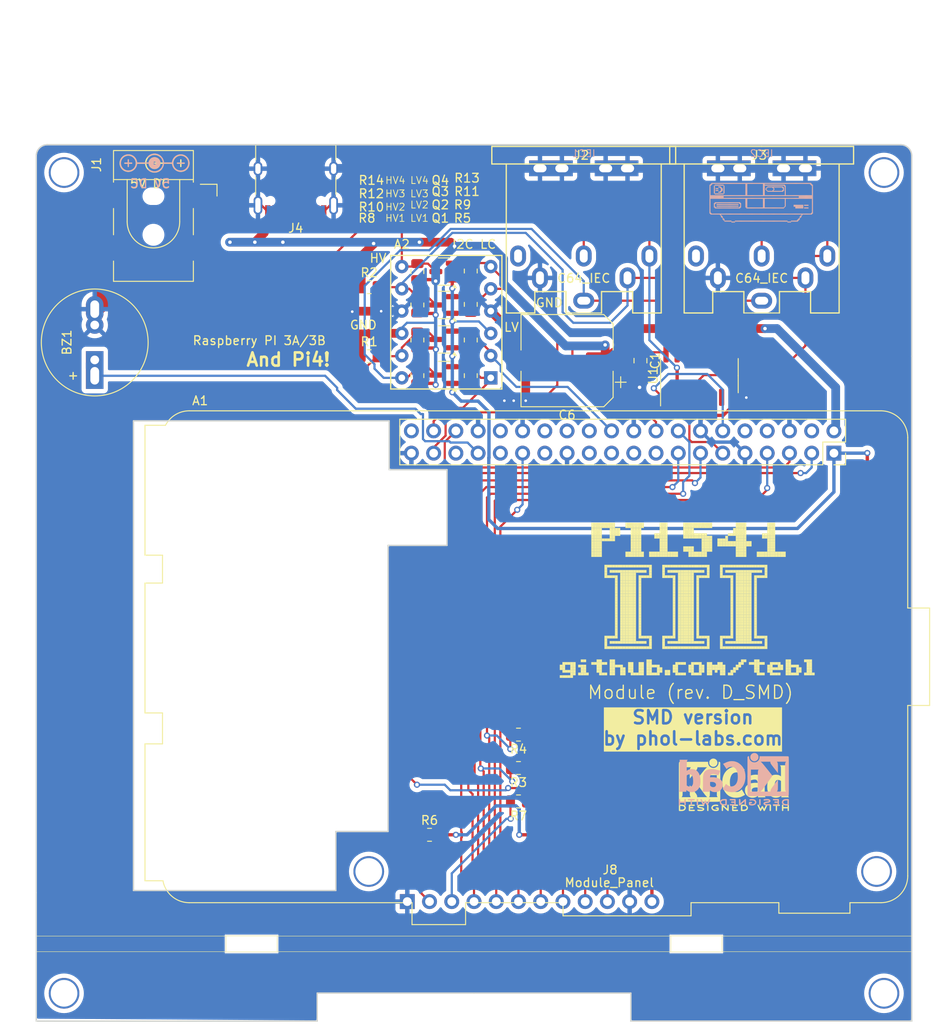
<source format=kicad_pcb>
(kicad_pcb (version 20240108) (generator "pcbnew") (generator_version "8.0")
  (layers (0 "F.Cu" signal) (31 "B.Cu" signal) (34 "B.Paste" user) (35 "F.Paste" user) (36 "B.SilkS" user "B.Silkscreen") (37 "F.SilkS" user "F.Silkscreen") (38 "B.Mask" user) (39 "F.Mask" user) (44 "Edge.Cuts" user))
  (net 0 "")
  (net 1 "GND")
  (net 2 "+3V3")
  (net 3 "+5V")
  (net 4 "I2C_SCL")
  (net 5 "I2C_SDA")
  (net 6 "RPI_DATA_IN")
  (net 7 "SW5_INSERT")
  (net 8 "SW4_BACK")
  (net 9 "RPI_ATN")
  (net 10 "RPI_LED")
  (net 12 "RPI_RST")
  (net 13 "RPI_CLK_IN")
  (net 14 "SW1_ENTER")
  (net 15 "RPI_DATA_OUT")
  (net 16 "RPI_CLK_OUT")
  (net 17 "SW3_DOWN")
  (net 18 "SW2_UP")
  (net 19 "LED_ACT")
  (net 20 "LED_PWR")
  (net 21 "C64_DATA")
  (net 22 "C64_CLK")
  (net 23 "C64_ATN")
  (net 24 "C64_RST")
  (net 37 "Net-(A1-PWM1{slash}GPIO13)")
  (footprint "mounting:M3" (layer "F.Cu") (at 73.355 151.435)
    (property "Reference" "M1" (hide yes))
    (property "Value" "Mounting" (hide yes))
  )
  (footprint "Capacitor_SMD:CP_Elec_10x7.7" (layer "F.Cu") (at 130.81 79.248 180)
    (property "Reference" "C6")
    (property "Value" "470uF")
  )
  (footprint "BulkyMIDI-32:PWR_Specification" (layer "F.Cu") (at 83.693 56.642)
    (property "Reference" "SYM1" (hide yes))
    (property "Value" "DC_5V")
  )
  (footprint "Symbols:KiCad-Logo2_6mm_SilkScreen" (layer "F.Cu") (at 149.86 127.635)
    (property "Reference" "REF***" (hide yes))
    (property "Value" "KiCad-Logo2_6mm_SilkScreen" (hide yes))
  )
  (footprint "Capacitor_SMD:C_0805_2012Metric" (layer "F.Cu") (at 139.192 79.248 -90)
    (property "Reference" "C1")
    (property "Value" "100nF")
  )
  (footprint "Package_SO:SO-14_3.9x8.65mm_P1.27mm" (layer "F.Cu") (at 145.923 80.961 90)
    (property "Reference" "U1")
    (property "Value" "7406")
  )
  (footprint "Connector_BarrelJack:BarrelJack_CLIFF_FC681465S_SMT_Horizontal" (layer "F.Cu") (at 83.566 63.388 -90)
    (property "Reference" "J1")
    (property "Value" "DC IN")
  )
  (footprint "pi1541:Module_Panel" (layer "F.Cu") (at 120.18 140.97)
    (property "Reference" "J8")
    (property "Value" "Module_Panel")
  )
  (footprint "mounting:M3" (layer "F.Cu") (at 167.005 151.435)
    (property "Reference" "M2" (hide yes))
    (property "Value" "Mounting" (hide yes))
  )
  (footprint "mounting:M3" (layer "F.Cu") (at 167.005 57.785)
    (property "Reference" "M3" (hide yes))
    (property "Value" "Mounting" (hide yes))
  )
  (footprint "mounting:M3" (layer "F.Cu") (at 73.355 57.785)
    (property "Reference" "M4" (hide yes))
    (property "Value" "Mounting" (hide yes))
  )
  (footprint "Resistor_SMD:R_0805_2012Metric" (layer "F.Cu") (at 108.204 78.74)
    (property "Reference" "R1")
    (property "Value" "1k")
  )
  (footprint "C64_IEC:DIN6_IEC" (layer "F.Cu") (at 132.715 67.31 180)
    (property "Reference" "J2")
    (property "Value" "C64_IEC")
  )
  (footprint "C64_IEC:DIN6_IEC" (layer "F.Cu") (at 153.035 67.31 180)
    (property "Reference" "J3")
    (property "Value" "C64_IEC")
  )
  (footprint "small_buzzer:Buzzer_12x9.5RM7.6" (layer "F.Cu") (at 76.8604 80.9752 90)
    (property "Reference" "BZ1")
    (property "Value" "Buzzer")
  )
  (footprint "IIC_4CH_Level_Converter:4CH_I2C_Level_Converter" (layer "F.Cu") (at 117.0155 76.134 180)
    (property "Reference" "A2")
    (property "Value" "I2C LC")
  )
  (footprint "pi1541:Pi1541-logo3" (layer "F.Cu") (at 124.8815 97.1445)
    (property "Reference" "G***" (hide yes))
    (property "Value" "LOGO" (hide yes))
  )
  (footprint "RPI:Raspberry_Pi_3B_Socketed_THT_FaceDown_MountingHoles" (layer "F.Cu") (at 161.29 89.805 -90)
    (property "Reference" "A1")
    (property "Value" "Raspberry PI 3A/3B")
  )
  (footprint "Resistor_SMD:R_0805_2012Metric" (layer "F.Cu") (at 125.26 121.92 180)
    (property "Reference" "R4")
    (property "Value" "10k*")
  )
  (footprint "Resistor_SMD:R_0805_2012Metric" (layer "F.Cu") (at 125.26 129.54 180)
    (property "Reference" "R7")
    (property "Value" "470*")
  )
  (footprint "Resistor_SMD:R_0805_2012Metric" (layer "F.Cu") (at 125.26 125.73 180)
    (property "Reference" "R3")
    (property "Value" "10k*")
  )
  (footprint "Resistor_SMD:R_0805_2012Metric" (layer "F.Cu") (at 115.1 133.35)
    (property "Reference" "R6")
    (property "Value" "470*")
  )
  (footprint "Resistor_SMD:R_0805_2012Metric" (layer "F.Cu") (at 108.204 70.866)
    (property "Reference" "R2")
    (property "Value" "1k")
  )
  (footprint "Package_TO_SOT_SMD:SOT-23" (layer "F.Cu") (at 116.7615 76.83 180)
    (property "Reference" "Q2")
    (property "Value" "DMG2302U")
  )
  (footprint "Package_TO_SOT_SMD:SOT-23" (layer "F.Cu") (at 116.7615 69.088 180)
    (property "Reference" "Q4")
    (property "Value" "DMG2302U")
  )
  (footprint "Resistor_SMD:R_0805_2012Metric" (layer "F.Cu") (at 113.7135 72.898 -90)
    (property "Reference" "R12")
    (property "Value" "10k*")
  )
  (footprint "Resistor_SMD:R_0805_2012Metric" (layer "F.Cu") (at 113.7135 69.088 -90)
    (property "Reference" "R14")
    (property "Value" "10k*")
  )
  (footprint "Package_TO_SOT_SMD:SOT-23" (layer "F.Cu") (at 116.7615 80.894 180)
    (property "Reference" "Q1")
    (property "Value" "DMG2302U")
  )
  (footprint "Resistor_SMD:R_0805_2012Metric" (layer "F.Cu") (at 119.8095 76.896 -90)
    (property "Reference" "R9")
    (property "Value" "10k*")
  )
  (footprint "Resistor_SMD:R_0805_2012Metric" (layer "F.Cu") (at 119.8095 80.96 -90)
    (property "Reference" "R5")
    (property "Value" "10k*")
  )
  (footprint "Resistor_SMD:R_0805_2012Metric" (layer "F.Cu") (at 113.7135 80.96 -90)
    (property "Reference" "R8")
    (property "Value" "10k*")
  )
  (footprint "Resistor_SMD:R_0805_2012Metric" (layer "F.Cu") (at 119.8095 72.832 -90)
    (property "Reference" "R11")
    (property "Value" "10k*")
  )
  (footprint "Resistor_SMD:R_0805_2012Metric" (layer "F.Cu") (at 119.8095 69.022 -90)
    (property "Reference" "R13")
    (property "Value" "10k*")
  )
  (footprint "Resistor_SMD:R_0805_2012Metric" (layer "F.Cu") (at 113.7135 76.896 -90)
    (property "Reference" "R10")
    (property "Value" "10k*")
  )
  (footprint "Package_TO_SOT_SMD:SOT-23" (layer "F.Cu") (at 116.7615 72.898 180)
    (property "Reference" "Q3")
    (property "Value" "DMG2302U")
  )
  (footprint "Connector_USB:USB_C_Receptacle_XKB_U262-16XN-4BVC11" (layer "F.Cu") (at 99.822 58.42 180)
    (property "Reference" "J4")
    (property "Value" "USB_C_Receptacle_USB2.0")
  )
  (footprint "Symbols:KiCad-Logo2_6mm_SilkScreen" (layer "B.Cu") (at 149.86 127 180)
    (property "Reference" "REF***" (hide yes))
    (property "Value" "KiCad-Logo2_6mm_SilkScreen" (hide yes))
  )
  (footprint "pi1541:Pi1541-drive" (layer "B.Cu") (at 159.385 57.277 180)
    (property "Reference" "Pi1541-drive" (hide yes))
    (property "Value" "")
  )
  (gr_line (start 70.18 139.954) (end 70.18 72.39) (stroke (width 0.15)) (layer "Edge.Cuts"))
  (gr_line (start 70.18 139.954) (end 70.18 154.61) (stroke (width 0.15)) (layer "Edge.Cuts"))
  (gr_line (start 70.18 55.88) (end 70.18 72.39) (stroke (width 0.15)) (layer "Edge.Cuts"))
  (gr_line (start 170.18 78.74) (end 170.18 55.88) (stroke (width 0.15)) (layer "Edge.Cuts"))
  (gr_line (start 110.49 86.122) (end 81.288 86.122) (stroke (width 0.15)) (layer "Edge.Cuts"))
  (gr_line (start 104.394 139.708) (end 104.394 132.969) (stroke (width 0.15)) (layer "Edge.Cuts"))
  (gr_line (start 97.775 144.803) (end 97.775 146.808) (stroke (width 0.05)) (layer "Edge.Cuts"))
  (gr_line (start 142.575 146.808) (end 142.575 144.803) (stroke (width 0.05)) (layer "Edge.Cuts"))
  (gr_line (start 91.775 146.808) (end 91.775 144.803) (stroke (width 0.05)) (layer "Edge.Cuts"))
  (gr_line (start 148.575 146.808) (end 142.575 146.808) (stroke (width 0.05)) (layer "Edge.Cuts"))
  (gr_line (start 97.775 146.808) (end 91.775 146.808) (stroke (width 0.05)) (layer "Edge.Cuts"))
  (gr_line (start 142.575 144.803) (end 148.575 144.803) (stroke (width 0.05)) (layer "Edge.Cuts"))
  (gr_line (start 91.775 144.803) (end 97.775 144.803) (stroke (width 0.05)) (layer "Edge.Cuts"))
  (gr_line (start 148.575 144.803) (end 148.575 146.808) (stroke (width 0.05)) (layer "Edge.Cuts"))
  (gr_line (start 102.2705 151.41) (end 120.18 151.41) (stroke (width 0.15)) (layer "Edge.Cuts"))
  (gr_line (start 138.0895 151.41) (end 120.18 151.41) (stroke (width 0.15)) (layer "Edge.Cuts"))
  (gr_line (start 138.0895 151.41) (end 138.0895 154.61) (stroke (width 0.15)) (layer "Edge.Cuts"))
  (gr_line (start 70.18 154.61) (end 102.2705 154.61) (stroke (width 0.15)) (layer "Edge.Cuts"))
  (gr_line (start 168.91 54.61) (end 71.45 54.61) (stroke (width 0.15)) (layer "Edge.Cuts"))
  (gr_line (start 81.288 139.708) (end 81.288 86.122) (stroke (width 0.15)) (layer "Edge.Cuts"))
  (gr_line (start 138.0895 154.61) (end 170.18 154.61) (stroke (width 0.15)) (layer "Edge.Cuts"))
  (gr_arc (start 70.18 55.88) (mid 70.551974 54.981974) (end 71.45 54.61) (stroke (width 0.15)) (layer "Edge.Cuts"))
  (gr_line (start 117.094 100.33) (end 117.094 91.694) (stroke (width 0.15)) (layer "Edge.Cuts"))
  (gr_line (start 170.18 154.61) (end 170.18 78.74) (stroke (width 0.15)) (layer "Edge.Cuts"))
  (gr_line (start 102.2705 151.41) (end 102.2705 154.61) (stroke (width 0.15)) (layer "Edge.Cuts"))
  (gr_line (start 104.394 139.708) (end 81.288 139.708) (stroke (width 0.15)) (layer "Edge.Cuts"))
  (gr_line (start 117.094 100.33) (end 110.363 100.33) (stroke (width 0.15)) (layer "Edge.Cuts"))
  (gr_line (start 110.363 100.33) (end 110.363 132.969) (stroke (width 0.15)) (layer "Edge.Cuts"))
  (gr_line (start 110.363 132.969) (end 104.394 132.969) (stroke (width 0.15)) (layer "Edge.Cuts"))
  (gr_line (start 117.094 91.694) (end 110.49 91.694) (stroke (width 0.15)) (layer "Edge.Cuts"))
  (gr_arc (start 168.91 54.61) (mid 169.808026 54.981974) (end 170.18 55.88) (stroke (width 0.15)) (layer "Edge.Cuts"))
  (gr_line (start 110.49 86.122) (end 110.49 91.694) (stroke (width 0.15)) (layer "Edge.Cuts"))
  (gr_text "5V DC" (at 83.185 59.055 0) (layer "B.SilkS") (effects (font (size 1 1)) (justify mirror)))
  (gr_text "IEC1" (at 132.715 55.6135 0) (layer "B.SilkS") (effects (font (size 0.8 0.8) (thickness 0.1)) (justify mirror)))
  (gr_text "IEC2" (at 153.035 55.6135 0) (layer "B.SilkS") (effects (font (size 0.8 0.8) (thickness 0.1)) (justify mirror)))
  (gr_text "Module (rev. D_SMD)" (at 144.907 117.094 0) (layer "F.SilkS") (effects (font (size 1.5 1.5))))
  (gr_text "And Pi4!" (at 94.0308 80.01 0) (layer "F.SilkS") (effects (font (size 1.5 1.5) (thickness 0.3) (bold yes)) (justify left bottom)))
  (gr_text "5V DC" (at 83.185 59.055 0) (layer "F.SilkS") (effects (font (size 1 1))))
  (gr_text "SMD version\nby phol-labs.com" (at 145.1864 123.2408 0) (layer "F.SilkS" knockout) (effects (font (size 1.5 1.5) (thickness 0.3) (bold yes)) (justify bottom)))
  (segment (start 95.907 61.525) (end 96.472 62.09) (width 0.254) (layer "F.Cu") (net 1))
  (segment (start 146.6088 85.4964) (end 146.05 86.0552) (width 0.381) (layer "F.Cu") (net 1))
  (segment (start 78.066 66.388) (end 78.066 72.1696) (width 2) (layer "F.Cu") (net 1))
  (segment (start 106.3244 73.6092) (end 106.2736 73.66) (width 1) (layer "F.Cu") (net 1))
  (segment (start 126.46 77.0824) (end 125.5268 76.1492) (width 1) (layer "F.Cu") (net 1))
  (segment (start 148.647599 85.4964) (end 146.6088 85.4964) (width 0.381) (layer "F.Cu") (net 1))
  (segment (start 149.733 84.410999) (end 148.647599 85.4964) (width 0.381) (layer "F.Cu") (net 1))
  (segment (start 126.0856 79.6224) (end 126.46 79.248) (width 1) (layer "F.Cu") (net 1))
  (segment (start 151.254 83.436) (end 151.2824 83.4644) (width 0.381) (layer "F.Cu") (net 1))
  (segment (start 78.066 66.388) (end 78.066 60.388) (width 2) (layer "F.Cu") (net 1))
  (segment (start 126.46 79.248) (end 126.46 77.0824) (width 1) (layer "F.Cu") (net 1))
  (segment (start 103.737 61.525) (end 103.172 62.09) (width 0.254) (layer "F.Cu") (net 1))
  (segment (start 126.0856 83.82) (end 126.0856 79.6224) (width 1) (layer "F.Cu") (net 1))
  (segment (start 104.142 61.525) (end 104.142 57.345) (width 0.254) (layer "F.Cu") (net 1))
  (segment (start 139.192 80.198) (end 139.192 82.1944) (width 0.381) (layer "F.Cu") (net 1))
  (segment (start 149.733 83.436) (end 149.733 84.410999) (width 0.381) (layer "F.Cu") (net 1))
  (segment (start 95.502 61.525) (end 95.502 57.345) (width 0.254) (layer "F.Cu") (net 1))
  (segment (start 146.05 86.0552) (end 146.05 87.265) (width 0.381) (layer "F.Cu") (net 1))
  (segment (start 125.5268 76.1492) (end 124.6507 76.1492) (width 1) (layer "F.Cu") (net 1))
  (segment (start 109.5756 73.6092) (end 106.3244 73.6092) (width 1) (layer "F.Cu") (net 1))
  (segment (start 149.733 83.436) (end 151.254 83.436) (width 0.381) (layer "F.Cu") (net 1))
  (segment (start 104.142 61.525) (end 103.737 61.525) (width 0.254) (layer "F.Cu") (net 1))
  (segment (start 139.192 82.1944) (end 139.0904 82.296) (width 0.381) (layer "F.Cu") (net 1))
  (segment (start 78.066 72.1696) (end 76.8604 73.3752) (width 2) (layer "F.Cu") (net 1))
  (segment (start 124.6507 76.1492) (end 122.0955 73.594) (width 1) (layer "F.Cu") (net 1))
  (segment (start 126.0856 83.82) (end 123.6472 83.82) (width 1) (layer "F.Cu") (net 1))
  (segment (start 95.502 61.525) (end 95.907 61.525) (width 0.254) (layer "F.Cu") (net 1))
  (via (at 139.0904 82.296) (size 0.7) (drill 0.4) (layers "F.Cu" "B.Cu") (net 1))
  (via (at 151.2824 83.4644) (size 0.7) (drill 0.3) (layers "F.Cu" "B.Cu") (net 1))
  (via (at 106.2736 73.66) (size 0.7) (drill 0.3) (layers "F.Cu" "B.Cu") (net 1))
  (via (at 109.5756 73.6092) (size 0.7) (drill 0.3) (layers "F.Cu" "B.Cu") (net 1))
  (via (at 126.0856 83.82) (size 0.7) (drill 0.3) (layers "F.Cu" "B.Cu") (net 1))
  (via (at 124.714 83.82) (size 0.7) (drill 0.3) (layers "F.Cu" "B.Cu") (net 1))
  (via (at 123.6472 83.82) (size 0.7) (drill 0.3) (layers "F.Cu" "B.Cu") (net 1))
  (segment (start 111.9355 73.594) (end 109.5908 73.594) (width 1) (layer "B.Cu") (net 1))
  (segment (start 147.3294 88.5444) (end 149.8694 88.5444) (width 0.381) (layer "B.Cu") (net 1))
  (segment (start 158.035 57.31) (end 104.177 57.31) (width 1) (layer "B.Cu") (net 1))
  (segment (start 149.8694 88.5444) (end 151.13 89.805) (width 0.381) (layer "B.Cu") (net 1))
  (segment (start 104.177 57.31) (end 104.142 57.345) (width 1) (layer "B.Cu") (net 1))
  (segment (start 109.5908 73.594) (end 109.5756 73.6092) (width 1) (layer "B.Cu") (net 1))
  (segment (start 146.05 87.265) (end 147.3294 88.5444) (width 0.381) (layer "B.Cu") (net 1))
  (segment (start 165.10001 132.63879) (end 165.10001 90.496106) (width 0.381) (layer "F.Cu") (net 2))
  (segment (start 119.781 77.78) (end 119.8095 77.8085) (width 0.381) (layer "F.Cu") (net 2))
  (segment (start 117.699 73.848) (end 117.699 74.7222) (width 0.381) (layer "F.Cu") (net 2))
  (segment (start 127.635 133.35) (end 127.635 126.365) (width 0.381) (layer "F.Cu") (net 2))
  (segment (start 127.635 133.35) (end 127.165 133.35) (width 0.381) (layer "F.Cu") (net 2))
  (segment (start 140.5 140.97) (end 140.5 134.15) (width 0.381) (layer "F.Cu") (net 2))
  (segment (start 117.7036 74.7776) (end 117.7544 74.7776) (width 0.381) (layer "F.Cu") (net 2))
  (segment (start 141.3 133.35) (end 140.5 134.15) (width 0.381) (layer "F.Cu") (net 2))
  (segment (start 116.0125 133.35) (end 118.11 133.35) (width 0.381) (layer "F.Cu") (net 2))
  (segment (start 127 125.73) (end 127.635 126.365) (width 0.381) (layer "F.Cu") (net 2))
  (segment (start 117.699 77.8104) (end 117.699 78.6846) (width 0.381) (layer "F.Cu") (net 2))
  (segment (start 117.699 81.9252) (end 117.699 82.7994) (width 0.381) (layer "F.Cu") (net 2))
  (segment (start 165.10001 90.496106) (end 165.10001 89.789) (width 0.381) (layer "F.Cu") (net 2))
  (segment (start 117.699 70.0888) (end 117.699 70.963) (width 0.381) (layer "F.Cu") (net 2))
  (segment (start 117.699 70.038) (end 119.706 70.038) (width 0.381) (layer "F.Cu") (net 2))
  (segment (start 139.7 133.35) (end 141.3 133.35) (width 0.381) (layer "F.Cu") (net 2))
  (segment (start 126.1725 125.73) (end 127 125.73) (width 0.381) (layer "F.Cu") (net 2))
  (segment (start 127.165 133.35) (end 125.26 133.35) (width 0.381) (layer "F.Cu") (net 2))
  (segment (start 119.781 81.844) (end 119.8095 81.8725) (width 0.381) (layer "F.Cu") (net 2))
  (segment (start 117.699 73.848) (end 119.706 73.848) (width 0.381) (layer "F.Cu") (net 2))
  (segment (start 117.699 81.844) (end 119.781 81.844) (width 0.381) (layer "F.Cu") (net 2))
  (segment (start 164.3888 133.35) (end 165.10001 132.63879) (width 0.381) (layer "F.Cu") (net 2))
  (segment (start 117.699 77.78) (end 119.781 77.78) (width 0.381) (layer "F.Cu") (net 2))
  (segment (start 117.7544 74.7776) (end 117.699 74.7222) (width 0.381) (layer "F.Cu") (net 2))
  (segment (start 117.7036 74.7268) (end 117.7036 74.7268) (width 0.381) (layer "F.Cu") (net 2))
  (segment (start 127.635 126.365) (end 127.635 123.3825) (width 0.381) (layer "F.Cu") (net 2))
  (segment (start 119.706 73.848) (end 119.8095 73.7445) (width 0.381) (layer "F.Cu") (net 2))
  (segment (start 139.7 133.35) (end 127.635 133.35) (width 0.381) (layer "F.Cu") (net 2))
  (segment (start 119.706 70.038) (end 119.8095 69.9345) (width 0.381) (layer "F.Cu") (net 2))
  (segment (start 141.3 133.35) (end 164.3888 133.35) (width 0.381) (layer "F.Cu") (net 2))
  (segment (start 127.635 123.3825) (end 126.1725 121.92) (width 0.381) (layer "F.Cu") (net 2))
  (segment (start 117.7036 74.7268) (end 117.7036 74.7776) (width 0.381) (layer "F.Cu") (net 2))
  (via (at 165.10001 89.789) (size 0.7) (drill 0.4) (layers "F.Cu" "B.Cu") (net 2))
  (via (at 118.11 133.35) (size 0.7) (drill 0.4) (layers "F.Cu" "B.Cu") (net 2))
  (via (at 125.349 133.35) (size 0.7) (drill 0.4) (layers "F.Cu" "B.Cu") (net 2))
  (via (at 117.7036 82.8548) (size 0.7) (drill 0.4) (layers "F.Cu" "B.Cu") (net 2))
  (via (at 117.7036 71.0184) (size 0.7) (drill 0.4) (layers "F.Cu" "B.Cu") (net 2))
  (via (at 117.7036 74.7776) (size 0.7) (drill 0.4) (layers "F.Cu" "B.Cu") (net 2))
  (via (at 117.7036 78.74) (size 0.7) (drill 0.4) (layers "F.Cu" "B.Cu") (net 2))
  (segment (start 161.29 94.234) (end 161.29 89.805) (width 0.381) (layer "B.Cu") (net 2))
  (segment (start 161.29 89.805) (end 165.08401 89.805) (width 0.381) (layer "B.Cu") (net 2))
  (segment (start 117.7036 71.0184) (end 117.7036 82.8548) (width 0.381) (layer "B.Cu") (net 2))
  (segment (start 121.8905 85.1113) (end 121.8905 90.318832) (width 0.381) (layer "B.Cu") (net 2))
  (segment (start 120.7391 74.7776) (end 117.7036 74.7776) (width 0.254) (layer "B.Cu") (net 2))
  (segment (start 121.8905 90.318832) (end 121.8692 90.340132) (width 0.381) (layer "B.Cu") (net 2))
  (segment (start 122.682 130.048) (end 119.38 133.35) (width 0.381) (layer "B.Cu") (net 2))
  (segment (start 124.968 130.048) (end 122.682 130.048) (width 0.381) (layer "B.Cu") (net 2))
  (segment (start 120.65 83.8708) (end 121.8905 85.1113) (width 0.381) (layer "B.Cu") (net 2))
  (segment (start 117.7036 82.8548) (end 118.7196 83.8708) (width 0.381) (layer "B.Cu") (net 2))
  (segment (start 125.349 133.35) (end 125.349 130.429) (width 0.381) (layer "B.Cu") (net 2))
  (segment (start 119.38 133.35) (end 118.11 133.35) (width 0.381) (layer "B.Cu") (net 2))
  (segment (start 118.7196 83.8708) (end 120.65 83.8708) (width 0.381) (layer "B.Cu") (net 2))
  (segment (start 122.8852 98.3996) (end 157.1244 98.3996) (width 0.381) (layer "B.Cu") (net 2))
  (segment (start 157.1244 98.3996) (end 161.29 94.234) (width 0.381) (layer "B.Cu") (net 2))
  (segment (start 165.08401 89.805) (end 165.10001 89.789) (width 0.381) (layer "B.Cu") (net 2))
  (segment (start 121.8692 97.3836) (end 122.8852 98.3996) (width 0.381) (layer "B.Cu") (net 2))
  (segment (start 125.349 130.429) (end 124.968 130.048) (width 0.381) (layer "B.Cu") (net 2))
  (segment (start 121.8692 90.340132) (end 121.8692 97.3836) (width 0.381) (layer "B.Cu") (net 2))
  (segment (start 122.0955 76.134) (end 120.7391 74.7776) (width 0.254) (layer "B.Cu") (net 2))
  (segment (start 96.079 64.8046) (end 95.1484 65.7352) (width 0.254) (layer "F.Cu") (net 3))
  (segment (start 89.066 64.008) (end 96.2152 64.008) (width 1) (layer "F.Cu") (net 3))
  (segment (start 97.572 62.09) (end 97.572 62.515) (width 0.254) (layer "F.Cu") (net 3))
  (segment (start 135.16 77.4512) (end 135.16 79.248) (width 1) (layer "F.Cu") (net 3))
  (segment (start 104.648 75.0316) (end 105.8164 76.2) (width 1) (layer "F.Cu") (net 3))
  (segment (start 113.6904 70.0024) (end 115.6314 70.0024) (width 0.381) (layer "F.Cu") (net 3))
  (segment (start 113.7135 77.8085) (end 115.6545 77.8085) (width 0.381) (layer "F.Cu") (net 3))
  (segment (start 108.1532 76.2) (end 108.2192 76.134) (width 1) (layer "F.Cu") (net 3))
  (segment (start 108.712 65.9384) (end 108.6612 65.9892) (width 1) (layer "F.Cu") (net 3))
  (segment (start 89.066 64.008) (end 89.066 66.388) (width 1) (layer "F.Cu") (net 3))
  (segment (start 96.2152 64.008) (end 100.879 64.008) (width 1) (layer "F.Cu") (net 3))
  (segment (start 107.2915 70.866) (end 105.5116 70.866) (width 1) (layer "F.Cu") (net 3))
  (segment (start 138.0744 78.298) (end 138.0744 76.2508) (width 1) (layer "F.Cu") (net 3))
  (segment (start 113.6904 73.8632) (end 115.6314 73.8632) (width 0.381) (layer "F.Cu") (net 3))
  (segment (start 96.079 64.008) (end 96.079 64.8046) (width 0.254) (layer "F.Cu") (net 3))
  (segment (start 135.16 79.248) (end 136.11 78.298) (width 1) (layer "F.Cu") (net 3))
  (segment (start 89.066 60.388) (end 89.066 64.008) (width 1) (layer "F.Cu") (net 3))
  (segment (start 113.9444 65.7352) (end 114.0968 65.7352) (width 1) (layer "F.Cu") (net 3))
  (segment (start 98.3488 65.7352) (end 92.3036 65.7352) (width 1) (layer "F.Cu") (net 3))
  (segment (start 102.372 62.515) (end 100.879 64.008) (width 0.254) (layer "F.Cu") (net 3))
  (segment (start 107.2915 76.2) (end 107.2915 78.74) (width 1) (layer "F.Cu") (net 3))
  (segment (start 113.6904 81.8388) (end 115.6314 81.8388) (width 0.381) (layer "F.Cu") (net 3))
  (segment (start 115.6545 77.8085) (end 115.824 77.978) (width 0.381) (layer "F.Cu") (net 3))
  (segment (start 104.648 71.7296) (end 104.648 75.0316) (width 1) (layer "F.Cu") (net 3))
  (segment (start 96.2152 64.008) (end 96.2152 64.6684) (width 1) (layer "F.Cu") (net 3))
  (segment (start 136.11 78.298) (end 138.0744 78.298) (width 1) (layer "F.Cu") (net 3))
  (segment (start 107.2915 67.3589) (end 107.2915 70.866) (width 1) (layer "F.Cu") (net 3))
  (segment (start 108.712 65.9384) (end 107.2915 67.3589) (width 1) (layer "F.Cu") (net 3))
  (segment (start 107.2915 76.2) (end 108.1532 76.2) (width 1) (layer "F.Cu") (net 3))
  (segment (start 108.2192 76.134) (end 111.9355 76.134) (width 1) (layer "F.Cu") (net 3))
  (segment (start 102.372 62.09) (end 102.372 62.515) (width 0.254) (layer "F.Cu") (net 3))
  (segment (start 97.572 62.515) (end 96.079 64.008) (width 0.254) (layer "F.Cu") (net 3))
  (segment (start 139.192 78.298) (end 141.925 78.298) (width 0.254) (layer "F.Cu") (net 3))
  (segment (start 105.8164 76.2) (end 107.2915 76.2) (width 1) (layer "F.Cu") (net 3))
  (segment (start 138.0744 76.2508) (end 138.7348 75.5904) (width 1) (layer "F.Cu") (net 3))
  (segment (start 117.5004 65.7352) (end 113.9444 65.7352) (width 1) (layer "F.Cu") (net 3))
  (segment (start 96.2152 64.6684) (end 95.1484 65.7352) (width 1) (layer "F.Cu") (net 3))
  (segment (start 138.0744 78.298) (end 139.192 78.298) (width 1) (layer "F.Cu") (net 3))
  (segment (start 108.712 65.8876) (end 108.712 65.9384) (width 1) (layer "F.Cu") (net 3))
  (segment (start 141.925 78.298) (end 142.113 78.486) (width 0.254) (layer "F.Cu") (net 3))
  (segment (start 138.7348 75.5904) (end 153.416 75.5904) (width 1) (layer "F.Cu") (net 3))
  (segment (start 117.9576 66.1924) (end 117.5004 65.7352) (width 1) (layer "F.Cu") (net 3))
  (segment (start 105.5116 70.866) (end 104.648 71.7296) (width 1) (layer "F.Cu") (net 3))
  (via (at 115.8009 70.1719) (size 0.7) (drill 0.4) (layers "F.Cu" "B.Cu") (net 3))
  (via (at 95.1484 65.7352) (size 0.7) (drill 0.4) (layers "F.Cu" "B.Cu") (net 3))
  (via (at 92.3036 65.7352) (size 0.7) (drill 0.4) (layers "F.Cu" "B.Cu") (net 3))
  (via (at 153.416 75.5904) (size 0.7) (drill 0.4) (layers "F.Cu" "B.Cu") (net 3))
  (via (at 115.8009 74.0327) (size 0.7) (drill 0.4) (layers "F.Cu" "B.Cu") (net 3))
  (via (at 117.9576 66.1924) (size 0.7) (drill 0.4) (layers "F.Cu" "B.Cu") (net 3))
  (via (at 113.9444 65.7352) (size 0.7) (drill 0.4) (layers "F.Cu" "B.Cu") (net 3))
  (via (at 98.3488 65.7352) (size 0.7) (drill 0.4) (layers "F.Cu" "B.Cu") (net 3))
  (via (at 135.16 77.4512) (size 0.7) (drill 0.4) (layers "F.Cu" "B.Cu") (net 3))
  (via (at 115.824 77.978) (size 0.7) (drill 0.4) (layers "F.Cu" "B.Cu") (net 3))
  (via (at 108.712 65.8876) (size 0.7) (drill 0.4) (layers "F.Cu" "B.Cu") (net 3))
  (via (at 115.8009 82.0083) (size 0.7) (drill 0.4) (layers "F.Cu" "B.Cu") (net 3))
  (segment (start 154.7876 75.5904) (end 161.4932 82.296) (width 1) (layer "B.Cu") (net 3))
  (segment (start 117.9576 66.198626) (end 115.8009 68.355326) (width 1) (layer "B.Cu") (net 3))
  (segment (start 122.1232 66.1924) (end 117.9576 66.1924) (width 1) (layer "B.Cu") (net 3))
  (segment (start 113.9444 65.7352) (end 98.3488 65.7352) (width 1) (layer "B.Cu") (net 3))
  (segment (start 92.3036 65.7352) (end 92.2528 65.7352) (width 1) (layer "B.Cu") (net 3))
  (segment (start 115.8009 70.1719) (end 115.8009 74.93) (width 0.381) (layer "B.Cu") (net 3))
  (segment (start 123.5575 70.4715) (end 123.5575 67.6267) (width 1) (layer "B.Cu") (net 3))
  (segment (start 161.4932 82.296) (end 161.4932 87.0618) (width 1) (layer "B.Cu") (net 3))
  (segment (start 117.963826 66.1924) (end 117.963826 66.1924) (width 1) (layer "B.Cu") (net 3))
  (segment (start 153.416 75.5904) (end 154.7876 75.5904) (width 1) (layer "B.Cu") (net 3))
  (segment (start 135.0396 77.5716) (end 130.6576 77.5716) (width 1) (layer "B.Cu") (net 3))
  (segment (start 115.8009 68.355326) (end 115.8009 70.1719) (width 1) (layer "B.Cu") (net 3))
  (segment (start 130.6576 77.5716) (end 123.5575 70.4715) (width 1) (layer "B.Cu") (net 3))
  (segment (start 112.522 74.93) (end 115.8009 74.93) (width 0.254) (layer "B.Cu") (net 3))
  (segment (start 111.9355 76.134) (end 111.9355 75.5165) (width 0.254) (layer "B.Cu") (net 3))
  (segment (start 161.4932 87.0618) (end 161.29 87.265) (width 1) (layer "B.Cu") (net 3))
  (segment (start 98.3488 65.7352) (end 95.1484 65.7352) (width 1) (layer "B.Cu") (net 3))
  (segment (start 117.9576 66.1924) (end 117.9576 66.198626) (width 1) (layer "B.Cu") (net 3))
  (segment (start 115.8009 74.93) (end 115.8009 82.0083) (width 0.381) (layer "B.Cu") (net 3))
  (segment (start 123.5575 67.6267) (end 122.1232 66.1924) (width 1) (layer "B.Cu") (net 3))
  (segment (start 135.16 77.4512) (end 135.0396 77.5716) (width 1) (layer "B.Cu") (net 3))
  (segment (start 111.9355 75.5165) (end 112.522 74.93) (width 0.254) (layer "B.Cu") (net 3))
  (segment (start 95.1484 65.7352) (end 92.3036 65.7352) (width 1) (layer "B.Cu") (net 3))
  (segment (start 120.015 91.44) (end 155.575 91.44) (width 0.25) (layer "F.Cu") (net 4))
  (segment (start 120.18 140.97) (end 120.18 139.23) (width 0.25) (layer "F.Cu") (net 4))
  (segment (start 155.575 91.44) (end 156.21 90.805) (width 0.25) (layer "F.Cu") (net 4))
  (segment (start 120.18 139.23) (end 118.7196 137.7696) (width 0.25) (layer "F.Cu") (net 4))
  (segment (start 118.7196 137.7696) (end 118.7196 133.694995) (width 0.25) (layer "F.Cu") (net 4))
  (segment (start 118.785 133.629595) (end 118.785 133.070405) (width 0.25) (layer "F.Cu") (net 4))
  (segment (start 118.7196 92.7354) (end 120.015 91.44) (width 0.25) (layer "F.Cu") (net 4))
  (segment (start 118.785 133.070405) (end 118.7196 133.005005) (width 0.25) (layer "F.Cu") (net 4))
  (segment (start 118.7196 133.005005) (end 118.7196 92.7354) (width 0.25) (layer "F.Cu") (net 4))
  (segment (start 118.7196 133.694995) (end 118.785 133.629595) (width 0.25) (layer "F.Cu") (net 4))
  (segment (start 156.21 90.805) (end 156.21 89.805) (width 0.25) (layer "F.Cu") (net 4))
  (segment (start 120.65 138.43) (end 120.015 137.795) (width 0.25) (layer "F.Cu") (net 5))
  (segment (start 120.015 128.7018) (end 119.5324 128.2192) (width 0.25) (layer "F.Cu") (net 5))
  (segment (start 122.72 139.23) (end 121.92 138.43) (width 0.25) (layer "F.Cu") (net 5))
  (segment (start 119.5324 93.1926) (end 120.65 92.075) (width 0.25) (layer "F.Cu") (net 5))
  (segment (start 119.5324 128.2192) (end 119.5324 93.1926) (width 0.25) (layer "F.Cu") (net 5))
  (segment (start 121.92 138.43) (end 120.65 138.43) (width 0.25) (layer "F.Cu") (net 5))
  (segment (start 120.015 137.795) (end 120.015 128.7018) (width 0.25) (layer "F.Cu") (net 5))
  (segment (start 122.72 140.97) (end 122.72 139.23) (width 0.25) (layer "F.Cu") (net 5))
  (segment (start 120.65 92.075) (end 157.48 92.075) (width 0.25) (layer "F.Cu") (net 5))
  (via (at 157.48 92.075) (size 0.7) (drill 0.4) (layers "F.Cu" "B.Cu") (net 5))
  (segment (start 157.48 92.075) (end 158.115 92.075) (width 0.25) (layer "B.Cu") (net 5))
  (segment (start 158.75 91.44) (end 158.75 89.805) (width 0.25) (layer "B.Cu") (net 5))
  (segment (start 158.115 92.075) (end 158.75 91.44) (width 0.25) (layer "B.Cu") (net 5))
  (segment (start 119.706 75.88) (end 119.8095 75.9835) (width 0.25) (layer "F.Cu") (net 6))
  (segment (start 117.699 75.88) (end 119.706 75.88) (width 0.25) (layer "F.Cu") (net 6))
  (segment (start 119.8095 75.9835) (end 122.0955 78.2695) (width 0.25) (layer "F.Cu") (net 6))
  (segment (start 122.0955 78.2695) (end 122.0955 78.674) (width 0.25) (layer "F.Cu") (net 6))
  (segment (start 130.8702 82.2452) (end 135.89 87.265) (width 0.25) (layer "B.Cu") (net 6))
  (segment (start 123.2283 80.4547) (end 125.0188 82.2452) (width 0.25) (layer "B.Cu") (net 6))
  (segment (start 125.0188 82.2452) (end 130.8702 82.2452) (width 0.25) (layer "B.Cu") (net 6))
  (segment (start 123.2283 79.8068) (end 123.2283 80.4547) (width 0.25) (layer "B.Cu") (net 6))
  (segment (start 122.0955 78.674) (end 123.2283 79.8068) (width 0.25) (layer "B.Cu") (net 6))
  (segment (start 125.1204 96.266) (end 123.19 98.1964) (width 0.25) (layer "F.Cu") (net 7))
  (segment (start 135.42 136.055) (end 135.42 140.97) (width 0.25) (layer "F.Cu") (net 7))
  (segment (start 123.825 135.255) (end 134.62 135.255) (width 0.25) (layer "F.Cu") (net 7))
  (segment (start 123.19 134.62) (end 123.825 135.255) (width 0.25) (layer "F.Cu") (net 7))
  (segment (start 134.62 135.255) (end 135.42 136.055) (width 0.25) (layer "F.Cu") (net 7))
  (segment (start 123.19 98.1964) (end 123.19 134.62) (width 0.25) (layer "F.Cu") (net 7))
  (via (at 125.1204 96.266) (size 0.7) (drill 0.4) (layers "F.Cu" "B.Cu") (net 7))
  (segment (start 125.73 95.6564) (end 125.73 89.805) (width 0.25) (layer "B.Cu") (net 7))
  (segment (start 125.1204 96.266) (end 125.73 95.6564) (width 0.25) (layer "B.Cu") (net 7))
  (segment (start 132.88 136.69) (end 132.88 140.97) (width 0.25) (layer "F.Cu") (net 8))
  (segment (start 153.67 93.98) (end 152.5016 95.1484) (width 0.25) (layer "F.Cu") (net 8))
  (segment (start 122.555 135.255) (end 123.19 135.89) (width 0.25) (layer "F.Cu") (net 8))
  (segment (start 152.5016 95.1484) (end 122.6566 95.1484) (width 0.25) (layer "F.Cu") (net 8))
  (segment (start 132.08 135.89) (end 132.88 136.69) (width 0.25) (layer "F.Cu") (net 8))
  (segment (start 153.67 93.787929) (end 153.67 93.98) (width 0.25) (layer "F.Cu") (net 8))
  (segment (start 123.19 135.89) (end 132.08 135.89) (width 0.25) (layer "F.Cu") (net 8))
  (segment (start 122.555 95.25) (end 122.555 135.255) (width 0.25) (layer "F.Cu") (net 8))
  (segment (start 122.6566 95.1484) (end 122.555 95.25) (width 0.25) (layer "F.Cu") (net 8))
  (via (at 153.67 93.787929) (size 0.7) (drill 0.4) (layers "F.Cu" "B.Cu") (net 8))
  (segment (start 153.67 93.787929) (end 153.67 89.805) (width 0.25) (layer "B.Cu") (net 8))
  (segment (start 140.97 86.2584) (end 140.97 87.265) (width 0.25) (layer "F.Cu") (net 9))
  (segment (start 131.4196 77.8381) (end 131.4196 80.9752) (width 0.25) (layer "F.Cu") (net 9))
  (segment (start 121.691 68.1095) (end 122.0955 68.514) (width 0.25) (layer "F.Cu") (net 9))
  (segment (start 131.4196 80.9752) (end 134.874 84.4296) (width 0.25) (layer "F.Cu") (net 9))
  (segment (start 139.446 84.7344) (end 140.97 86.2584) (width 0.25) (layer "F.Cu") (net 9))
  (segment (start 122.0955 68.514) (end 131.4196 77.8381) (width 0.25) (layer "F.Cu") (net 9))
  (segment (start 138.9888 84.7344) (end 139.446 84.7344) (width 0.25) (layer "F.Cu") (net 9))
  (segment (start 138.684 84.4296) (end 138.9888 84.7344) (width 0.25) (layer "F.Cu") (net 9))
  (segment (start 117.699 68.138) (end 119.781 68.138) (width 0.25) (layer "F.Cu") (net 9))
  (segment (start 119.781 68.138) (end 119.8095 68.1095) (width 0.25) (layer "F.Cu") (net 9))
  (segment (start 119.8095 68.1095) (end 121.691 68.1095) (width 0.25) (layer "F.Cu") (net 9))
  (segment (start 134.874 84.4296) (end 138.684 84.4296) (width 0.25) (layer "F.Cu") (net 9))
  (segment (start 116.84 88.535) (end 118.11 87.265) (width 0.25) (layer "F.Cu") (net 10))
  (segment (start 124.079 128.016) (end 125.603 128.016) (width 0.25) (layer "F.Cu") (net 10))
  (segment (start 113.665 127.635) (end 113.03 127) (width 0.25) (layer "F.Cu") (net 10))
  (segment (start 117.7036 115.9764) (end 117.7036 91.6686) (width 0.25) (layer "F.Cu") (net 10))
  (segment (start 113.03 120.65) (end 117.7036 115.9764) (width 0.25) (layer "F.Cu") (net 10))
  (segment (start 126.1725 128.5855) (end 126.1725 129.54) (width 0.25) (layer "F.Cu") (net 10))
  (segment (start 113.03 127) (end 113.03 120.65) (width 0.25) (layer "F.Cu") (net 10))
  (segment (start 125.603 128.016) (end 126.1725 128.5855) (width 0.25) (layer "F.Cu") (net 10))
  (segment (start 116.84 90.805) (end 116.84 88.535) (width 0.25) (layer "F.Cu") (net 10))
  (segment (start 117.7036 91.6686) (end 116.84 90.805) (width 0.25) (layer "F.Cu") (net 10))
  (via (at 124.079 128.016) (size 0.7) (drill 0.4) (layers "F.Cu" "B.Cu") (net 10))
  (via (at 113.665 127.635) (size 0.7) (drill 0.4) (layers "F.Cu" "B.Cu") (net 10))
  (segment (start 117.475 128.27) (end 116.84 127.635) (width 0.25) (layer "B.Cu") (net 10))
  (segment (start 124.079 128.016) (end 123.825 128.27) (width 0.25) (layer "B.Cu") (net 10))
  (segment (start 123.825 128.27) (end 117.475 128.27) (width 0.25) (layer "B.Cu") (net 10))
  (segment (start 116.84 127.635) (end 113.665 127.635) (width 0.25) (layer "B.Cu") (net 10))
  (segment (start 117.699 79.944) (end 119.706 79.944) (width 0.25) (layer "F.Cu") (net 12))
  (segment (start 118.9228 84.6328) (end 117.094 84.6328) (width 0.25) (layer "F.Cu") (net 12))
  (segment (start 120.976 81.214) (end 119.8095 80.0475) (width 0.25) (layer "F.Cu") (net 12))
  (segment (start 117.094 84.6328) (end 115.57 86.1568) (width 0.25) (layer "F.Cu") (net 12))
  (segment (start 122.0955 81.214) (end 120.976 81.214) (width 0.25) (layer "F.Cu") (net 12))
  (segment (start 122.0955 81.4601) (end 118.9228 84.6328) (width 0.25) (layer "F.Cu") (net 12))
  (segment (start 122.0955 81.214) (end 122.0955 81.4601) (width 0.25) (layer "F.Cu") (net 12))
  (segment (start 115.57 86.1568) (end 115.57 87.265) (width 0.25) (layer "F.Cu") (net 12))
  (segment (start 119.706 79.944) (end 119.8095 80.0475) (width 0.25) (layer "F.Cu") (net 12))
  (segment (start 123.6828 71.054) (end 129.6924 77.0636) (width 0.25) (layer "F.Cu") (net 13))
  (segment (start 117.222396 85.1408) (end 117.094 85.269196) (width 0.25) (layer "F.Cu") (net 13))
  (segment (start 117.699 71.948) (end 119.781 71.948) (width 0.25) (layer "F.Cu") (net 13))
  (segment (start 115.57 89.168604) (end 115.57 89.805) (width 0.25) (layer "F.Cu") (net 13))
  (segment (start 119.781 71.948) (end 119.8095 71.9195) (width 0.25) (layer "F.Cu") (net 13))
  (segment (start 117.094 85.269196) (end 117.094 85.9028) (width 0.25) (layer "F.Cu") (net 13))
  (segment (start 129.6924 82.042) (end 126.5936 85.1408) (width 0.25) (layer "F.Cu") (net 13))
  (segment (start 126.5936 85.1408) (end 117.222396 85.1408) (width 0.25) (layer "F.Cu") (net 13))
  (segment (start 116.935 87.803604) (end 115.57 89.168604) (width 0.25) (layer "F.Cu") (net 13))
  (segment (start 116.935 86.0618) (end 116.935 87.803604) (width 0.25) (layer "F.Cu") (net 13))
  (segment (start 121.23 71.9195) (end 122.0955 71.054) (width 0.25) (layer "F.Cu") (net 13))
  (segment (start 117.094 85.9028) (end 116.935 86.0618) (width 0.25) (layer "F.Cu") (net 13))
  (segment (start 122.0955 71.054) (end 123.6828 71.054) (width 0.25) (layer "F.Cu") (net 13))
  (segment (start 119.8095 71.9195) (end 121.23 71.9195) (width 0.25) (layer "F.Cu") (net 13))
  (segment (start 129.6924 77.0636) (end 129.6924 82.042) (width 0.25) (layer "F.Cu") (net 13))
  (segment (start 120.2436 127.2286) (end 120.65 127.635) (width 0.25) (layer "F.Cu") (net 14))
  (segment (start 121.285 137.795) (end 124.46 137.795) (width 0.25) (layer "F.Cu") (net 14))
  (segment (start 124.46 137.795) (end 125.26 138.595) (width 0.25) (layer "F.Cu") (net 14))
  (segment (start 145.1102 92.9132) (end 121.0818 92.9132) (width 0.25) (layer "F.Cu") (net 14))
  (segment (start 120.2436 93.7514) (end 120.2436 127.2286) (width 0.25) (layer "F.Cu") (net 14))
  (segment (start 120.65 137.16) (end 121.285 137.795) (width 0.25) (layer "F.Cu") (net 14))
  (segment (start 120.65 127.635) (end 120.65 137.16) (width 0.25) (layer "F.Cu") (net 14))
  (segment (start 125.26 138.595) (end 125.26 140.97) (width 0.25) (layer "F.Cu") (net 14))
  (segment (start 145.415 93.218) (end 145.1102 92.9132) (width 0.25) (layer "F.Cu") (net 14))
  (segment (start 121.0818 92.9132) (end 120.2436 93.7514) (width 0.25) (layer "F.Cu") (net 14))
  (via (at 145.415 93.218) (size 0.7) (drill 0.4) (layers "F.Cu" "B.Cu") (net 14))
  (segment (start 146.05 92.583) (end 146.05 89.805) (width 0.25) (layer "B.Cu") (net 14))
  (segment (start 145.415 93.218) (end 146.05 92.583) (width 0.25) (layer "B.Cu") (net 14))
  (segment (start 140.716 82.423) (end 141.729 83.436) (width 0.25) (layer "F.Cu") (net 15))
  (segment (start 141.729 83.436) (end 142.113 83.436) (width 0.25) (layer "F.Cu") (net 15))
  (via (at 140.716 82.3976) (size 0.7) (drill 0.4) (layers "F.Cu" "B.Cu") (net 15))
  (segment (start 140.716 82.423) (end 142.367 80.772) (width 0.25) (layer "B.Cu") (net 15))
  (segment (start 142.367 80.772) (end 146.812 80.772) (width 0.25) (layer "B.Cu") (net 15))
  (segment (start 146.812 80.772) (end 148.59 82.55) (width 0.25) (layer "B.Cu") (net 15))
  (segment (start 148.59 82.55) (end 148.59 87.265) (width 0.25) (layer "B.Cu") (net 15))
  (segment (start 145.05 88.535) (end 144.78 88.265) (width 0.25) (layer "F.Cu") (net 16))
  (segment (start 144.78 87.63) (end 144.78 83.82) (width 0.25) (layer "F.Cu") (net 16))
  (segment (start 148.59 89.805) (end 147.32 88.535) (width 0.25) (layer "F.Cu") (net 16))
  (segment (start 147.32 88.535) (end 145.05 88.535) (width 0.25) (layer "F.Cu") (net 16))
  (segment (start 144.78 88.265) (end 144.78 87.63) (width 0.25) (layer "F.Cu") (net 16))
  (segment (start 124.333 121.9345) (end 124.3475 121.92) (width 0.25) (layer "F.Cu") (net 17))
  (segment (start 122.0978 94.4372) (end 121.666 94.869) (width 0.25) (layer "F.Cu") (net 17))
  (segment (start 121.666 122.0216) (end 121.92 122.2756) (width 0.25) (layer "F.Cu") (net 17))
  (segment (start 129.54 136.525) (end 130.34 137.325) (width 0.25) (layer "F.Cu") (net 17))
  (segment (start 130.34 137.325) (end 130.34 140.97) (width 0.25) (layer "F.Cu") (net 17))
  (segment (start 122.555 136.525) (end 129.54 136.525) (width 0.25) (layer "F.Cu") (net 17))
  (segment (start 124.333 123.571) (end 124.333 121.9345) (width 0.25) (layer "F.Cu") (net 17))
  (segment (start 121.92 135.89) (end 122.555 136.525) (width 0.25) (layer "F.Cu") (net 17))
  (segment (start 144.0688 94.4372) (end 122.0978 94.4372) (width 0.25) (layer "F.Cu") (net 17))
  (segment (start 121.666 94.869) (end 121.666 122.0216) (width 0.25) (layer "F.Cu") (net 17))
  (segment (start 121.92 122.2756) (end 121.92 135.89) (width 0.25) (layer "F.Cu") (net 17))
  (via (at 121.666 122.0216) (size 0.7) (drill 0.4) (layers "F.Cu" "B.Cu") (net 17))
  (via (at 124.333 123.571) (size 0.7) (drill 0.4) (layers "F.Cu" "B.Cu") (net 17))
  (via (at 144.0688 94.4372) (size 0.7) (drill 0.4) (layers "F.Cu" "B.Cu") (net 17))
  (segment (start 122.7836 122.0216) (end 124.333 123.571) (width 0.25) (layer "B.Cu") (net 17))
  (segment (start 121.666 122.0216) (end 122.7836 122.0216) (width 0.25) (layer "B.Cu") (net 17))
  (segment (start 144.0688 93.101605) (end 144.78 92.390405) (width 0.25) (layer "B.Cu") (net 17))
  (segment (start 144.0688 94.4372) (end 144.0688 93.101605) (width 0.25) (layer "B.Cu") (net 17))
  (segment (start 144.78 92.390405) (end 144.78 88.535) (width 0.25) (layer "B.Cu") (net 17))
  (segment (start 144.78 88.535) (end 143.51 87.265) (width 0.25) (layer "B.Cu") (net 17))
  (segment (start 121.5898 93.6752) (end 120.904 94.361) (width 0.25) (layer "F.Cu") (net 18))
  (segment (start 127 137.16) (end 127.8 137.96) (width 0.25) (layer "F.Cu") (net 18))
  (segment (start 121.285 136.525) (end 121.92 137.16) (width 0.25) (layer "F.Cu") (net 18))
  (segment (start 121.92 137.16) (end 127 137.16) (width 0.25) (layer "F.Cu") (net 18))
  (segment (start 120.904 125.73) (end 120.9548 125.7808) (width 0.25) (layer "F.Cu") (net 18))
  (segment (start 124.3475 127.048107) (end 124.3475 125.73) (width 0.25) (layer "F.Cu") (net 18))
  (segment (start 120.904 94.361) (end 120.904 125.73) (width 0.25) (layer "F.Cu") (net 18))
  (segment (start 142.8496 93.6752) (end 121.5898 93.6752) (width 0.25) (layer "F.Cu") (net 18))
  (segment (start 120.9548 125.7808) (end 121.285 126.111) (width 0.25) (layer "F.Cu") (net 18))
  (segment (start 127.8 137.96) (end 127.8 140.97) (width 0.25) (layer "F.Cu") (net 18))
  (segment (start 124.546082 127.246689) (end 124.3475 127.048107) (width 0.25) (layer "F.Cu") (net 18))
  (segment (start 121.285 126.111) (end 121.285 136.525) (width 0.25) (layer "F.Cu") (net 18))
  (via (at 124.546082 127.246689) (size 0.7) (drill 0.4) (layers "F.Cu" "B.Cu") (net 18))
  (via (at 142.8496 93.6752) (size 0.7) (drill 0.4) (layers "F.Cu" "B.Cu") (net 18))
  (via (at 120.9548 125.7808) (size 0.7) (drill 0.4) (layers "F.Cu" "B.Cu") (net 18))
  (segment (start 143.51 93.0148) (end 143.51 89.805) (width 0.25) (layer "B.Cu") (net 18))
  (segment (start 123.080193 125.7808) (end 120.9548 125.7808) (width 0.25) (layer "B.Cu") (net 18))
  (segment (start 124.546082 127.246689) (end 123.080193 125.7808) (width 0.25) (layer "B.Cu") (net 18))
  (segment (start 142.8496 93.6752) (end 143.51 93.0148) (width 0.25) (layer "B.Cu") (net 18))
  (segment (start 124.3475 131.5103) (end 124.3475 129.54) (width 0.25) (layer "F.Cu") (net 19))
  (segment (start 124.3584 131.5212) (end 124.3475 131.5103) (width 0.25) (layer "F.Cu") (net 19))
  (via (at 124.3584 131.5212) (size 0.7) (drill 0.4) (layers "F.Cu" "B.Cu") (net 19))
  (segment (start 117.64 137.757) (end 117.64 140.97) (width 0.25) (layer "B.Cu") (net 19))
  (segment (start 123.8758 131.5212) (end 117.64 137.757) (width 0.25) (layer "B.Cu") (net 19))
  (segment (start 124.3584 131.5212) (end 123.8758 131.5212) (width 0.25) (layer "B.Cu") (net 19))
  (segment (start 114.173 133.3645) (end 114.1875 133.35) (width 0.25) (layer "F.Cu") (net 20))
  (segment (start 114.173 140.043) (end 114.173 133.3645) (width 0.25) (layer "F.Cu") (net 20))
  (segment (start 115.1 140.97) (end 114.173 140.043) (width 0.25) (layer "F.Cu") (net 20))
  (segment (start 146.685 64.77) (end 140.97 64.77) (width 0.25) (layer "F.Cu") (net 21))
  (segment (start 156.845 67.31) (end 154.305 69.85) (width 0.25) (layer "F.Cu") (net 21))
  (segment (start 111.9355 78.674) (end 111.9355 77.7615) (width 0.25) (layer "F.Cu") (net 21))
  (segment (start 111.9355 77.7615) (end 113.7135 75.9835) (width 0.25) (layer "F.Cu") (net 21))
  (segment (start 103.378 68.0212) (end 103.378 78.8416) (width 0.25) (layer "F.Cu") (net 21))
  (segment (start 154.305 69.85) (end 151.765 69.85) (width 0.25) (layer "F.Cu") (net 21))
  (segment (start 103.378 78.8416) (end 105.5624 81.026) (width 0.25) (layer "F.Cu") (net 21))
  (segment (start 113.7135 75.9835) (end 114.9775 75.9835) (width 0.25) (layer "F.Cu") (net 21))
  (segment (start 143.383 83.436) (end 143.383 80.0862) (width 0.381) (layer "F.Cu") (net 21))
  (segment (start 143.383 80.0862) (end 143.3576 80.0608) (width 0.381) (layer "F.Cu") (net 21))
  (segment (start 111.4044 59.9948) (end 103.378 68.0212) (width 0.25) (layer "F.Cu") (net 21))
  (segment (start 160.535 64.8278) (end 155.2956 59.5884) (width 0.25) (layer "F.Cu") (net 21))
  (segment (start 140.215 65.525) (end 140.215 67.31) (width 0.25) (layer "F.Cu") (net 21))
  (segment (start 160.535 67.31) (end 156.845 67.31) (width 0.25) (layer "F.Cu") (net 21))
  (segment (start 140.97 64.77) (end 140.215 65.525) (width 0.25) (layer "F.Cu") (net 21))
  (segment (start 105.5624 81.026) (end 106.8305 81.026) (width 0.25) (layer "F.Cu") (net 21))
  (segment (start 151.765 69.85) (end 146.685 64.77) (width 0.25) (layer "F.Cu") (net 21))
  (segment (start 160.535 67.31) (end 160.535 64.8278) (width 0.25) (layer "F.Cu") (net 21))
  (segment (start 114.9775 75.9835) (end 115.824 76.83) (width 0.25) (layer "F.Cu") (net 21))
  (segment (start 106.8305 81.026) (end 109.1165 78.74) (width 0.25) (layer "F.Cu") (net 21))
  (segment (start 109.1165 78.74) (end 111.8695 78.74) (width 0.25) (layer "F.Cu") (net 21))
  (segment (start 155.2956 59.5884) (end 154.8892 59.9948) (width 0.25) (layer "F.Cu") (net 21))
  (segment (start 154.8892 59.9948) (end 111.4044 59.9948) (width 0.25) (layer "F.Cu") (net 21))
  (segment (start 111.8695 78.74) (end 111.9355 78.674) (width 0.25) (layer "F.Cu") (net 21))
  (via (at 143.3576 80.0608) (size 0.7) (drill 0.4) (layers "F.Cu" "B.Cu") (net 21))
  (segment (start 143.3576 80.0608) (end 140.215 76.9182) (width 0.25) (layer "B.Cu") (net 21))
  (segment (start 140.215 76.9182) (end 140.215 67.31) (width 0.25) (layer "B.Cu") (net 21))
  (segment (start 158.035 77.55) (end 158.035 69.81) (width 0.25) (layer "F.Cu") (net 22))
  (segment (start 137.715 69.81) (end 142.835 69.81) (width 0.25) (layer "F.Cu") (net 22))
  (segment (start 144.78 71.755) (end 149.86 71.755) (width 0.25) (layer "F.Cu") (net 22))
  (segment (start 154.686 80.899) (end 158.035 77.55) (width 0.25) (layer "F.Cu") (net 22))
  (segment (start 156.25 69.81) (end 158.035 69.81) (width 0.25) (layer "F.Cu") (net 22))
  (segment (start 146.431 80.899) (end 154.686 80.899) (width 0.25) (layer "F.Cu") (net 22))
  (segment (start 111.9355 71.054) (end 112.782 71.054) (width 0.25) (layer "F.Cu") (net 22))
  (segment (start 113.7135 71.9855) (end 114.9115 71.9855) (width 0.25) (layer "F.Cu") (net 22))
  (segment (start 150.8125 70.8025) (end 155.2575 70.8025) (width 0.25) (layer "F.Cu") (net 22))
  (segment (start 155.2575 70.8025) (end 156.25 69.81) (width 0.25) (layer "F.Cu") (net 22))
  (segment (start 142.835 69.81) (end 144.78 71.755) (width 0.25) (layer "F.Cu") (net 22))
  (segment (start 114.9115 71.9855) (end 115.824 72.898) (width 0.25) (layer "F.Cu") (net 22))
  (segment (start 145.923 83.436) (end 145.923 81.407) (width 0.25) (layer "F.Cu") (net 22))
  (segment (start 145.923 81.407) (end 146.431 80.899) (width 0.25) (layer "F.Cu") (net 22))
  (segment (start 112.782 71.054) (end 113.7135 71.9855) (width 0.25) (layer "F.Cu") (net 22))
  (segment (start 111.7475 70.866) (end 111.9355 71.054) (width 0.25) (layer "F.Cu") (net 22))
  (segment (start 149.86 71.755) (end 150.8125 70.8025) (width 0.25) (layer "F.Cu") (net 22))
  (segment (start 109.1165 70.866) (end 111.7475 70.866) (width 0.25) (layer "F.Cu") (net 22))
  (segment (start 137.715 72.9526) (end 137.715 69.81) (width 0.25) (layer "B.Cu") (net 22))
  (segment (start 126.0856 64.6684) (end 130.302 68.8848) (width 0.25) (layer "B.Cu") (net 22))
  (segment (start 117.7036 64.6684) (end 126.0856 64.6684) (width 0.25) (layer "B.Cu") (net 22))
  (segment (start 130.302 73.7108) (end 131.5212 74.93) (width 0.25) (layer "B.Cu") (net 22))
  (segment (start 131.5212 74.93) (end 135.7376 74.93) (width 0.25) (layer "B.Cu") (net 22))
  (segment (start 130.302 68.8848) (end 130.302 73.7108) (width 0.25) (layer "B.Cu") (net 22))
  (segment (start 111.9355 70.4365) (end 117.7036 64.6684) (width 0.25) (layer "B.Cu") (net 22))
  (segment (start 135.7376 74.93) (end 137.715 72.9526) (width 0.25) (layer "B.Cu") (net 22))
  (segment (start 111.9355 71.054) (end 111.9355 70.4365) (width 0.25) (layer "B.Cu") (net 22))
  (segment (start 113.7135 68.1755) (end 114.9115 68.1755) (width 0.25) (layer "F.Cu") (net 23))
  (segment (start 153.035 62.23) (end 153.035 67.31) (width 0.25) (layer "F.Cu") (net 23))
  (segment (start 134.62 60.96) (end 151.765 60.96) (width 0.25) (layer "F.Cu") (net 23))
  (segment (start 151.765 60.96) (end 153.035 62.23) (width 0.25) (layer "F.Cu") (net 23))
  (segment (start 114.0968 62.2808) (end 130.7338 62.2808) (width 0.25) (layer "F.Cu") (net 23))
  (segment (start 114.9115 68.1755) (end 115.824 69.088) (width 0.25) (layer "F.Cu") (net 23))
  (segment (start 113.375 68.514) (end 113.7135 68.1755) (width 0.25) (layer "F.Cu") (net 23))
  (segment (start 111.9355 68.514) (end 111.9355 64.4421) (width 0.25) (layer "F.Cu") (net 23))
  (segment (start 132.715 62.865) (end 134.62 60.96) (width 0.25) (layer "F.Cu") (net 23))
  (segment (start 132.715 64.262) (end 132.715 62.865) (width 0.25) (layer "F.Cu") (net 23))
  (segment (start 111.9355 64.4421) (end 114.0968 62.2808) (width 0.25) (layer "F.Cu") (net 23))
  (segment (start 132.715 67.31) (end 132.715 64.262) (width 0.25) (layer "F.Cu") (net 23))
  (segment (start 130.7338 62.2808) (end 132.715 64.262) (width 0.25) (layer "F.Cu") (net 23))
  (segment (start 111.9355 68.514) (end 113.375 68.514) (width 0.25) (layer "F.Cu") (net 23))
  (segment (start 111.9355 81.214) (end 112.547 81.214) (width 0.25) (layer "F.Cu") (net 24))
  (segment (start 112.547 81.214) (end 113.7135 80.0475) (width 0.25) (layer "F.Cu") (net 24))
  (segment (start 132.715 72.41) (end 153.035 72.41) (width 0.25) (layer "F.Cu") (net 24))
  (segment (start 113.7135 80.0475) (end 114.9775 80.0475) (width 0.25) (layer "F.Cu") (net 24))
  (segment (start 114.9775 80.0475) (end 115.824 80.894) (width 0.25) (layer "F.Cu") (net 24))
  (segment (start 117.517204 64.2184) (end 126.7532 64.2184) (width 0.25) (layer "B.Cu") (net 24))
  (segment (start 107.696 78.5368) (end 107.696 70.7136) (width 0.25) (layer "B.Cu") (net 24))
  (segment (start 126.7532 64.2184) (end 132.715 70.1802) (width 0.25) (layer "B.Cu") (net 24))
  (segment (start 115.086004 66.6496) (end 117.517204 64.2184) (width 0.25) (layer "B.Cu") (net 24))
  (segment (start 111.9355 81.214) (end 109.8652 81.214) (width 0.25) (layer "B.Cu") (net 24))
  (segment (start 111.76 66.6496) (end 115.086004 66.6496) (width 0.25) (layer "B.Cu") (net 24))
  (segment (start 132.715 70.1802) (end 132.715 72.41) (width 0.25) (layer "B.Cu") (net 24))
  (segment (start 108.8136 79.6544) (end 107.696 78.5368) (width 0.25) (layer "B.Cu") (net 24))
  (segment (start 107.696 70.7136) (end 111.76 66.6496) (width 0.25) (layer "B.Cu") (net 24))
  (segment (start 109.8652 81.214) (end 108.8136 80.1624) (width 0.25) (layer "B.Cu") (net 24))
  (segment (start 108.8136 80.1624) (end 108.8136 79.6544) (width 0.25) (layer "B.Cu") (net 24))
  (segment (start 114.604 88.442) (end 117.3472 88.442) (width 0.254) (layer "B.Cu") (net 37))
  (segment (start 106.68 84.7344) (end 113.4872 84.7344) (width 0.254) (layer "B.Cu") (net 37))
  (segment (start 117.3472 88.442) (end 117.5004 88.5952) (width 0.254) (layer "B.Cu") (net 37))
  (segment (start 104.5464 82.3468) (end 104.5464 82.6008) (width 0.254) (layer "B.Cu") (net 37))
  (segment (start 114.3508 88.1888) (end 114.604 88.442) (width 0.254) (layer "B.Cu") (net 37))
  (segment (start 104.5464 82.6008) (end 106.68 84.7344) (width 0.254) (layer "B.Cu") (net 37))
  (segment (start 114.3508 85.344) (end 114.3508 88.1888) (width 0.254) (layer "B.Cu") (net 37))
  (segment (start 103.1748 80.9752) (end 104.5464 82.3468) (width 0.254) (layer "B.Cu") (net 37))
  (segment (start 76.8604 80.9752) (end 103.1748 80.9752) (width 0.254) (layer "B.Cu") (net 37))
  (segment (start 117.5004 88.5952) (end 119.4402 88.5952) (width 0.254) (layer "B.Cu") (net 37))
  (segment (start 119.4402 88.5952) (end 120.65 89.805) (width 0.254) (layer "B.Cu") (net 37))
  (segment (start 114.0968 85.344) (end 114.3508 85.344) (width 0.254) (layer "B.Cu") (net 37))
  (segment (start 113.4872 84.7344) (end 114.0968 85.344) (width 0.254) (layer "B.Cu") (net 37))
  (zone (net 1) (net_name "GND") (layer "B.Cu") (connect_pads (clearance 0.508)) (min_thickness 0.254) (fill yes (thermal_gap 0.508) (thermal_bridge_width 0.508))
    (polygon (pts (xy 66.04 38.1) (xy 172.72 38.1) (xy 172.72 154.94) (xy 66.04 154.305)))
  )
)
</source>
